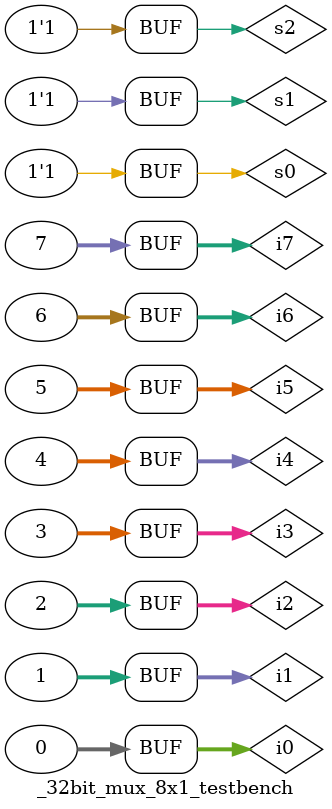
<source format=v>
`define DELAY 20
module _32bit_mux_8x1_testbench();
reg [31:0] i0, i1, i2, i3, i4, i5, i6, i7;
reg s2, s1, s0;
wire [31:0] r;

_32bit_mux_8x1 mux0(r, s2, s1, s0, i0, i1, i2, i3, i4, i5, i6, i7);

initial begin
i0 = 32'h0000_0000;
i1 = 32'h0000_0001;
i2 = 32'h0000_0002;
i3 = 32'h0000_0003;
i4 = 32'h0000_0004;
i5 = 32'h0000_0005;
i6 = 32'h0000_0006;
i7 = 32'h0000_0007;
s2 = 1'b0;
s1 = 1'b0;
s0 = 1'b0;
#`DELAY;
s2 = 1'b0;
s1 = 1'b0;
s0 = 1'b1;
#`DELAY;
s2 = 1'b0;
s1 = 1'b1;
s0 = 1'b0;
#`DELAY;
s2 = 1'b0;
s1 = 1'b1;
s0 = 1'b1;
#`DELAY;
s2 = 1'b1;
s1 = 1'b0;
s0 = 1'b0;
#`DELAY;
s2 = 1'b1;
s1 = 1'b0;
s0 = 1'b1;
#`DELAY;
s2 = 1'b1;
s1 = 1'b1;
s0 = 1'b0;
#`DELAY;
s2 = 1'b1;
s1 = 1'b1;
s0 = 1'b1;
end

initial 
begin
$monitor("time = %2d\ni0 = %32b\ni1 = %32b\ni2 = %32b\ni3 = %32b\ni4 = %32b\ni5 = %32b\ni6 = %32b\ni7 = %32b\ns2 = %1b\ns1 = %1b\ns0 = %1b\nr = %32b\n",
			$time, i0, i1, i2, i3, i4, i5, i6, i7, s2, s1, s0, r);
end
endmodule

</source>
